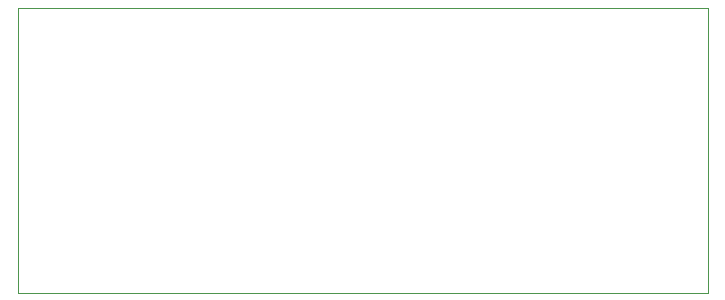
<source format=gbr>
%TF.GenerationSoftware,KiCad,Pcbnew,5.1.10-88a1d61d58~90~ubuntu20.04.1*%
%TF.CreationDate,2023-02-04T16:19:20+01:00*%
%TF.ProjectId,zvire-vetrnik-current-sensor-opamp,7a766972-652d-4766-9574-726e696b2d63,rev?*%
%TF.SameCoordinates,PX48ab840PY791ddc0*%
%TF.FileFunction,Profile,NP*%
%FSLAX46Y46*%
G04 Gerber Fmt 4.6, Leading zero omitted, Abs format (unit mm)*
G04 Created by KiCad (PCBNEW 5.1.10-88a1d61d58~90~ubuntu20.04.1) date 2023-02-04 16:19:20*
%MOMM*%
%LPD*%
G01*
G04 APERTURE LIST*
%TA.AperFunction,Profile*%
%ADD10C,0.050000*%
%TD*%
G04 APERTURE END LIST*
D10*
X0Y24130000D02*
X0Y0D01*
X58420000Y24130000D02*
X0Y24130000D01*
X58420000Y0D02*
X58420000Y24130000D01*
X0Y0D02*
X58420000Y0D01*
M02*

</source>
